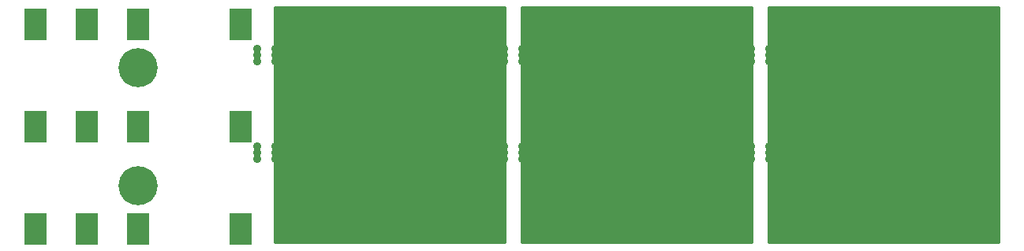
<source format=gbs>
G04 #@! TF.GenerationSoftware,KiCad,Pcbnew,6.0.0-rc1-unknown-7dfc4e3~65~ubuntu18.04.1*
G04 #@! TF.CreationDate,2018-08-14T15:17:50+05:30*
G04 #@! TF.ProjectId,1sqinch555,317371696E63683535352E6B69636164,rev?*
G04 #@! TF.SameCoordinates,Original*
G04 #@! TF.FileFunction,Soldermask,Bot*
G04 #@! TF.FilePolarity,Negative*
%FSLAX46Y46*%
G04 Gerber Fmt 4.6, Leading zero omitted, Abs format (unit mm)*
G04 Created by KiCad (PCBNEW 6.0.0-rc1-unknown-7dfc4e3~65~ubuntu18.04.1) date Tue Aug 14 15:17:50 2018*
%MOMM*%
%LPD*%
G01*
G04 APERTURE LIST*
%ADD10R,2.400000X3.400000*%
%ADD11C,0.900000*%
%ADD12C,4.200000*%
%ADD13R,2.400000X2.400000*%
%ADD14C,2.400000*%
%ADD15C,0.254000*%
G04 APERTURE END LIST*
D10*
G04 #@! TO.C,J6*
X39000000Y-61000000D03*
G04 #@! TD*
G04 #@! TO.C,J8*
X50000000Y-50000000D03*
G04 #@! TD*
G04 #@! TO.C,J10*
X50000000Y-38999999D03*
G04 #@! TD*
G04 #@! TO.C,J12*
X61000000Y-61000000D03*
G04 #@! TD*
G04 #@! TO.C,J14*
X61000001Y-50000000D03*
G04 #@! TD*
G04 #@! TO.C,J16*
X61000000Y-39000000D03*
G04 #@! TD*
G04 #@! TO.C,J18*
X39000000Y-39000000D03*
G04 #@! TD*
G04 #@! TO.C,J20*
X38999999Y-50000000D03*
G04 #@! TD*
G04 #@! TO.C,J22*
X50000000Y-61000001D03*
G04 #@! TD*
G04 #@! TO.C,J24*
X44500000Y-50000000D03*
G04 #@! TD*
G04 #@! TO.C,J26*
X44500000Y-39000000D03*
G04 #@! TD*
G04 #@! TO.C,J28*
X44500000Y-61000000D03*
G04 #@! TD*
D11*
G04 #@! TO.C,mouse-bite-2.5mm-slot*
X117750000Y-52050000D03*
X117750000Y-53450000D03*
X115750000Y-53450000D03*
X115750000Y-52050000D03*
X117750000Y-52750000D03*
X115750000Y-52750000D03*
G04 #@! TD*
G04 #@! TO.C,mouse-bite-2.5mm-slot*
X117750000Y-41550000D03*
X117750000Y-42950000D03*
X115750000Y-42950000D03*
X115750000Y-41550000D03*
X117750000Y-42250000D03*
X115750000Y-42250000D03*
G04 #@! TD*
G04 #@! TO.C,mouse-bite-2.5mm-slot*
X91250000Y-52050000D03*
X91250000Y-53450000D03*
X89250000Y-53450000D03*
X89250000Y-52050000D03*
X91250000Y-52750000D03*
X89250000Y-52750000D03*
G04 #@! TD*
G04 #@! TO.C,mouse-bite-2.5mm-slot*
X91250000Y-41550000D03*
X91250000Y-42950000D03*
X89250000Y-42950000D03*
X89250000Y-41550000D03*
X91250000Y-42250000D03*
X89250000Y-42250000D03*
G04 #@! TD*
G04 #@! TO.C,mouse-bite-2.5mm-slot*
X64750000Y-41550000D03*
X64750000Y-42950000D03*
X62750000Y-42950000D03*
X62750000Y-41550000D03*
X64750000Y-42250000D03*
X62750000Y-42250000D03*
G04 #@! TD*
G04 #@! TO.C,mouse-bite-2.5mm-slot*
X64750000Y-52050000D03*
X64750000Y-53450000D03*
X62750000Y-53450000D03*
X62750000Y-52050000D03*
X64750000Y-52750000D03*
X62750000Y-52750000D03*
G04 #@! TD*
D12*
G04 #@! TO.C,BT1*
X50000000Y-43650000D03*
X50000000Y-56350000D03*
G04 #@! TD*
D13*
G04 #@! TO.C,J7*
X66000000Y-59500000D03*
G04 #@! TD*
G04 #@! TO.C,J9*
X77000000Y-59499999D03*
G04 #@! TD*
G04 #@! TO.C,J11*
X88000000Y-59500000D03*
G04 #@! TD*
G04 #@! TO.C,J13*
X92500000Y-59500000D03*
G04 #@! TD*
G04 #@! TO.C,J15*
X103500000Y-59499999D03*
G04 #@! TD*
G04 #@! TO.C,J17*
X114500000Y-59500000D03*
G04 #@! TD*
G04 #@! TO.C,J19*
X119000000Y-59500000D03*
G04 #@! TD*
G04 #@! TO.C,J21*
X130000000Y-59499999D03*
G04 #@! TD*
G04 #@! TO.C,J23*
X141000000Y-59500000D03*
G04 #@! TD*
G04 #@! TO.C,J25*
X82500000Y-59500000D03*
G04 #@! TD*
G04 #@! TO.C,J27*
X109000000Y-59500000D03*
G04 #@! TD*
G04 #@! TO.C,J29*
X135500000Y-59500000D03*
G04 #@! TD*
D14*
G04 #@! TO.C,J30*
X71500000Y-41000000D03*
G04 #@! TD*
G04 #@! TO.C,J31*
X82500000Y-41000000D03*
G04 #@! TD*
G04 #@! TO.C,J32*
X98000000Y-41000000D03*
G04 #@! TD*
G04 #@! TO.C,J33*
X109000000Y-41000000D03*
G04 #@! TD*
G04 #@! TO.C,J34*
X135500000Y-41000000D03*
G04 #@! TD*
G04 #@! TO.C,J35*
X124500000Y-41000000D03*
G04 #@! TD*
D15*
G36*
X115873000Y-62373000D02*
X91127000Y-62373000D01*
X91127000Y-37127000D01*
X115873000Y-37127000D01*
X115873000Y-62373000D01*
X115873000Y-62373000D01*
G37*
X115873000Y-62373000D02*
X91127000Y-62373000D01*
X91127000Y-37127000D01*
X115873000Y-37127000D01*
X115873000Y-62373000D01*
G36*
X142373000Y-62373000D02*
X117627000Y-62373000D01*
X117627000Y-37127000D01*
X142373000Y-37127000D01*
X142373000Y-62373000D01*
X142373000Y-62373000D01*
G37*
X142373000Y-62373000D02*
X117627000Y-62373000D01*
X117627000Y-37127000D01*
X142373000Y-37127000D01*
X142373000Y-62373000D01*
G36*
X89373000Y-62373000D02*
X64627000Y-62373000D01*
X64627000Y-37127000D01*
X89373000Y-37127000D01*
X89373000Y-62373000D01*
X89373000Y-62373000D01*
G37*
X89373000Y-62373000D02*
X64627000Y-62373000D01*
X64627000Y-37127000D01*
X89373000Y-37127000D01*
X89373000Y-62373000D01*
M02*

</source>
